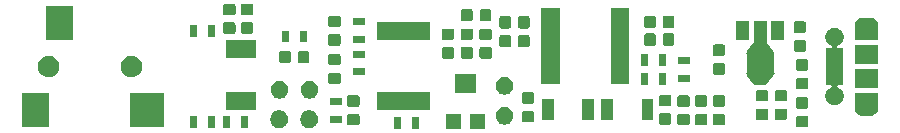
<source format=gbr>
G04 #@! TF.GenerationSoftware,KiCad,Pcbnew,(5.1.2-1)-1*
G04 #@! TF.CreationDate,2019-10-09T20:55:45-07:00*
G04 #@! TF.ProjectId,EOGee,454f4765-652e-46b6-9963-61645f706362,rev?*
G04 #@! TF.SameCoordinates,Original*
G04 #@! TF.FileFunction,Soldermask,Top*
G04 #@! TF.FilePolarity,Negative*
%FSLAX46Y46*%
G04 Gerber Fmt 4.6, Leading zero omitted, Abs format (unit mm)*
G04 Created by KiCad (PCBNEW (5.1.2-1)-1) date 2019-10-09 20:55:45*
%MOMM*%
%LPD*%
G04 APERTURE LIST*
%ADD10C,0.100000*%
G04 APERTURE END LIST*
D10*
G36*
X137151000Y-117851000D02*
G01*
X135849000Y-117851000D01*
X135849000Y-116549000D01*
X137151000Y-116549000D01*
X137151000Y-117851000D01*
X137151000Y-117851000D01*
G37*
G36*
X135151000Y-117851000D02*
G01*
X133849000Y-117851000D01*
X133849000Y-116549000D01*
X135151000Y-116549000D01*
X135151000Y-117851000D01*
X135151000Y-117851000D01*
G37*
G36*
X131551000Y-117851000D02*
G01*
X130949000Y-117851000D01*
X130949000Y-116849000D01*
X131551000Y-116849000D01*
X131551000Y-117851000D01*
X131551000Y-117851000D01*
G37*
G36*
X130051000Y-117851000D02*
G01*
X129449000Y-117851000D01*
X129449000Y-116849000D01*
X130051000Y-116849000D01*
X130051000Y-117851000D01*
X130051000Y-117851000D01*
G37*
G36*
X114301000Y-117751000D02*
G01*
X113699000Y-117751000D01*
X113699000Y-116749000D01*
X114301000Y-116749000D01*
X114301000Y-117751000D01*
X114301000Y-117751000D01*
G37*
G36*
X112801000Y-117751000D02*
G01*
X112199000Y-117751000D01*
X112199000Y-116749000D01*
X112801000Y-116749000D01*
X112801000Y-117751000D01*
X112801000Y-117751000D01*
G37*
G36*
X115551000Y-117751000D02*
G01*
X114949000Y-117751000D01*
X114949000Y-116749000D01*
X115551000Y-116749000D01*
X115551000Y-117751000D01*
X115551000Y-117751000D01*
G37*
G36*
X117051000Y-117751000D02*
G01*
X116449000Y-117751000D01*
X116449000Y-116749000D01*
X117051000Y-116749000D01*
X117051000Y-117751000D01*
X117051000Y-117751000D01*
G37*
G36*
X119929059Y-116277860D02*
G01*
X120055260Y-116330134D01*
X120065732Y-116334472D01*
X120188735Y-116416660D01*
X120293340Y-116521265D01*
X120366068Y-116630110D01*
X120375529Y-116644270D01*
X120432140Y-116780941D01*
X120461000Y-116926032D01*
X120461000Y-117073968D01*
X120432140Y-117219059D01*
X120405514Y-117283341D01*
X120375528Y-117355732D01*
X120293340Y-117478735D01*
X120188735Y-117583340D01*
X120065732Y-117665528D01*
X120065731Y-117665529D01*
X120065730Y-117665529D01*
X119929059Y-117722140D01*
X119783968Y-117751000D01*
X119636032Y-117751000D01*
X119490941Y-117722140D01*
X119354270Y-117665529D01*
X119354269Y-117665529D01*
X119354268Y-117665528D01*
X119231265Y-117583340D01*
X119126660Y-117478735D01*
X119044472Y-117355732D01*
X119014487Y-117283341D01*
X118987860Y-117219059D01*
X118959000Y-117073968D01*
X118959000Y-116926032D01*
X118987860Y-116780941D01*
X119044471Y-116644270D01*
X119053932Y-116630110D01*
X119126660Y-116521265D01*
X119231265Y-116416660D01*
X119354268Y-116334472D01*
X119364741Y-116330134D01*
X119490941Y-116277860D01*
X119636032Y-116249000D01*
X119783968Y-116249000D01*
X119929059Y-116277860D01*
X119929059Y-116277860D01*
G37*
G36*
X122469059Y-116277860D02*
G01*
X122595260Y-116330134D01*
X122605732Y-116334472D01*
X122728735Y-116416660D01*
X122833340Y-116521265D01*
X122906068Y-116630110D01*
X122915529Y-116644270D01*
X122972140Y-116780941D01*
X123001000Y-116926032D01*
X123001000Y-117073968D01*
X122972140Y-117219059D01*
X122945514Y-117283341D01*
X122915528Y-117355732D01*
X122833340Y-117478735D01*
X122728735Y-117583340D01*
X122605732Y-117665528D01*
X122605731Y-117665529D01*
X122605730Y-117665529D01*
X122469059Y-117722140D01*
X122323968Y-117751000D01*
X122176032Y-117751000D01*
X122030941Y-117722140D01*
X121894270Y-117665529D01*
X121894269Y-117665529D01*
X121894268Y-117665528D01*
X121771265Y-117583340D01*
X121666660Y-117478735D01*
X121584472Y-117355732D01*
X121554487Y-117283341D01*
X121527860Y-117219059D01*
X121499000Y-117073968D01*
X121499000Y-116926032D01*
X121527860Y-116780941D01*
X121584471Y-116644270D01*
X121593932Y-116630110D01*
X121666660Y-116521265D01*
X121771265Y-116416660D01*
X121894268Y-116334472D01*
X121904741Y-116330134D01*
X122030941Y-116277860D01*
X122176032Y-116249000D01*
X122323968Y-116249000D01*
X122469059Y-116277860D01*
X122469059Y-116277860D01*
G37*
G36*
X109951000Y-117691000D02*
G01*
X107049000Y-117691000D01*
X107049000Y-114789000D01*
X109951000Y-114789000D01*
X109951000Y-117691000D01*
X109951000Y-117691000D01*
G37*
G36*
X100251000Y-117691000D02*
G01*
X97949000Y-117691000D01*
X97949000Y-114789000D01*
X100251000Y-114789000D01*
X100251000Y-117691000D01*
X100251000Y-117691000D01*
G37*
G36*
X164379591Y-116703085D02*
G01*
X164413569Y-116713393D01*
X164444890Y-116730134D01*
X164472339Y-116752661D01*
X164494866Y-116780110D01*
X164511607Y-116811431D01*
X164521915Y-116845409D01*
X164526000Y-116886890D01*
X164526000Y-117488110D01*
X164521915Y-117529591D01*
X164511607Y-117563569D01*
X164494866Y-117594890D01*
X164472339Y-117622339D01*
X164444890Y-117644866D01*
X164413569Y-117661607D01*
X164379591Y-117671915D01*
X164338110Y-117676000D01*
X163661890Y-117676000D01*
X163620409Y-117671915D01*
X163586431Y-117661607D01*
X163555110Y-117644866D01*
X163527661Y-117622339D01*
X163505134Y-117594890D01*
X163488393Y-117563569D01*
X163478085Y-117529591D01*
X163474000Y-117488110D01*
X163474000Y-116886890D01*
X163478085Y-116845409D01*
X163488393Y-116811431D01*
X163505134Y-116780110D01*
X163527661Y-116752661D01*
X163555110Y-116730134D01*
X163586431Y-116713393D01*
X163620409Y-116703085D01*
X163661890Y-116699000D01*
X164338110Y-116699000D01*
X164379591Y-116703085D01*
X164379591Y-116703085D01*
G37*
G36*
X157329591Y-116553085D02*
G01*
X157363569Y-116563393D01*
X157394890Y-116580134D01*
X157422339Y-116602661D01*
X157444866Y-116630110D01*
X157461607Y-116661431D01*
X157471915Y-116695409D01*
X157476000Y-116736890D01*
X157476000Y-117338110D01*
X157471915Y-117379591D01*
X157461607Y-117413569D01*
X157444866Y-117444890D01*
X157422339Y-117472339D01*
X157394890Y-117494866D01*
X157363569Y-117511607D01*
X157329591Y-117521915D01*
X157288110Y-117526000D01*
X156611890Y-117526000D01*
X156570409Y-117521915D01*
X156536431Y-117511607D01*
X156505110Y-117494866D01*
X156477661Y-117472339D01*
X156455134Y-117444890D01*
X156438393Y-117413569D01*
X156428085Y-117379591D01*
X156424000Y-117338110D01*
X156424000Y-116736890D01*
X156428085Y-116695409D01*
X156438393Y-116661431D01*
X156455134Y-116630110D01*
X156477661Y-116602661D01*
X156505110Y-116580134D01*
X156536431Y-116563393D01*
X156570409Y-116553085D01*
X156611890Y-116549000D01*
X157288110Y-116549000D01*
X157329591Y-116553085D01*
X157329591Y-116553085D01*
G37*
G36*
X155829591Y-116553085D02*
G01*
X155863569Y-116563393D01*
X155894890Y-116580134D01*
X155922339Y-116602661D01*
X155944866Y-116630110D01*
X155961607Y-116661431D01*
X155971915Y-116695409D01*
X155976000Y-116736890D01*
X155976000Y-117338110D01*
X155971915Y-117379591D01*
X155961607Y-117413569D01*
X155944866Y-117444890D01*
X155922339Y-117472339D01*
X155894890Y-117494866D01*
X155863569Y-117511607D01*
X155829591Y-117521915D01*
X155788110Y-117526000D01*
X155111890Y-117526000D01*
X155070409Y-117521915D01*
X155036431Y-117511607D01*
X155005110Y-117494866D01*
X154977661Y-117472339D01*
X154955134Y-117444890D01*
X154938393Y-117413569D01*
X154928085Y-117379591D01*
X154924000Y-117338110D01*
X154924000Y-116736890D01*
X154928085Y-116695409D01*
X154938393Y-116661431D01*
X154955134Y-116630110D01*
X154977661Y-116602661D01*
X155005110Y-116580134D01*
X155036431Y-116563393D01*
X155070409Y-116553085D01*
X155111890Y-116549000D01*
X155788110Y-116549000D01*
X155829591Y-116553085D01*
X155829591Y-116553085D01*
G37*
G36*
X154329591Y-116553085D02*
G01*
X154363569Y-116563393D01*
X154394890Y-116580134D01*
X154422339Y-116602661D01*
X154444866Y-116630110D01*
X154461607Y-116661431D01*
X154471915Y-116695409D01*
X154476000Y-116736890D01*
X154476000Y-117338110D01*
X154471915Y-117379591D01*
X154461607Y-117413569D01*
X154444866Y-117444890D01*
X154422339Y-117472339D01*
X154394890Y-117494866D01*
X154363569Y-117511607D01*
X154329591Y-117521915D01*
X154288110Y-117526000D01*
X153611890Y-117526000D01*
X153570409Y-117521915D01*
X153536431Y-117511607D01*
X153505110Y-117494866D01*
X153477661Y-117472339D01*
X153455134Y-117444890D01*
X153438393Y-117413569D01*
X153428085Y-117379591D01*
X153424000Y-117338110D01*
X153424000Y-116736890D01*
X153428085Y-116695409D01*
X153438393Y-116661431D01*
X153455134Y-116630110D01*
X153477661Y-116602661D01*
X153505110Y-116580134D01*
X153536431Y-116563393D01*
X153570409Y-116553085D01*
X153611890Y-116549000D01*
X154288110Y-116549000D01*
X154329591Y-116553085D01*
X154329591Y-116553085D01*
G37*
G36*
X126379591Y-116553085D02*
G01*
X126413569Y-116563393D01*
X126444890Y-116580134D01*
X126472339Y-116602661D01*
X126494866Y-116630110D01*
X126511607Y-116661431D01*
X126521915Y-116695409D01*
X126526000Y-116736890D01*
X126526000Y-117338110D01*
X126521915Y-117379591D01*
X126511607Y-117413569D01*
X126494866Y-117444890D01*
X126472339Y-117472339D01*
X126444890Y-117494866D01*
X126413569Y-117511607D01*
X126379591Y-117521915D01*
X126338110Y-117526000D01*
X125661890Y-117526000D01*
X125620409Y-117521915D01*
X125586431Y-117511607D01*
X125555110Y-117494866D01*
X125527661Y-117472339D01*
X125505134Y-117444890D01*
X125488393Y-117413569D01*
X125478085Y-117379591D01*
X125474000Y-117338110D01*
X125474000Y-116736890D01*
X125478085Y-116695409D01*
X125488393Y-116661431D01*
X125505134Y-116630110D01*
X125527661Y-116602661D01*
X125555110Y-116580134D01*
X125586431Y-116563393D01*
X125620409Y-116553085D01*
X125661890Y-116549000D01*
X126338110Y-116549000D01*
X126379591Y-116553085D01*
X126379591Y-116553085D01*
G37*
G36*
X152779591Y-116503085D02*
G01*
X152813569Y-116513393D01*
X152844890Y-116530134D01*
X152872339Y-116552661D01*
X152894866Y-116580110D01*
X152911607Y-116611431D01*
X152921915Y-116645409D01*
X152926000Y-116686890D01*
X152926000Y-117288110D01*
X152921915Y-117329591D01*
X152911607Y-117363569D01*
X152894866Y-117394890D01*
X152872339Y-117422339D01*
X152844890Y-117444866D01*
X152813569Y-117461607D01*
X152779591Y-117471915D01*
X152738110Y-117476000D01*
X152061890Y-117476000D01*
X152020409Y-117471915D01*
X151986431Y-117461607D01*
X151955110Y-117444866D01*
X151927661Y-117422339D01*
X151905134Y-117394890D01*
X151888393Y-117363569D01*
X151878085Y-117329591D01*
X151874000Y-117288110D01*
X151874000Y-116686890D01*
X151878085Y-116645409D01*
X151888393Y-116611431D01*
X151905134Y-116580110D01*
X151927661Y-116552661D01*
X151955110Y-116530134D01*
X151986431Y-116513393D01*
X152020409Y-116503085D01*
X152061890Y-116499000D01*
X152738110Y-116499000D01*
X152779591Y-116503085D01*
X152779591Y-116503085D01*
G37*
G36*
X139019059Y-115977860D02*
G01*
X139143635Y-116029461D01*
X139155732Y-116034472D01*
X139278735Y-116116660D01*
X139383340Y-116221265D01*
X139465528Y-116344268D01*
X139465529Y-116344270D01*
X139522140Y-116480941D01*
X139551000Y-116626032D01*
X139551000Y-116773968D01*
X139522140Y-116919059D01*
X139474184Y-117034836D01*
X139465528Y-117055732D01*
X139383340Y-117178735D01*
X139278735Y-117283340D01*
X139155732Y-117365528D01*
X139155731Y-117365529D01*
X139155730Y-117365529D01*
X139019059Y-117422140D01*
X138873968Y-117451000D01*
X138726032Y-117451000D01*
X138580941Y-117422140D01*
X138444270Y-117365529D01*
X138444269Y-117365529D01*
X138444268Y-117365528D01*
X138321265Y-117283340D01*
X138216660Y-117178735D01*
X138134472Y-117055732D01*
X138125817Y-117034836D01*
X138077860Y-116919059D01*
X138049000Y-116773968D01*
X138049000Y-116626032D01*
X138077860Y-116480941D01*
X138134471Y-116344270D01*
X138134472Y-116344268D01*
X138216660Y-116221265D01*
X138321265Y-116116660D01*
X138444268Y-116034472D01*
X138456366Y-116029461D01*
X138580941Y-115977860D01*
X138726032Y-115949000D01*
X138873968Y-115949000D01*
X139019059Y-115977860D01*
X139019059Y-115977860D01*
G37*
G36*
X125001000Y-117301000D02*
G01*
X123999000Y-117301000D01*
X123999000Y-116699000D01*
X125001000Y-116699000D01*
X125001000Y-117301000D01*
X125001000Y-117301000D01*
G37*
G36*
X141179591Y-116303085D02*
G01*
X141213569Y-116313393D01*
X141244890Y-116330134D01*
X141272339Y-116352661D01*
X141294866Y-116380110D01*
X141311607Y-116411431D01*
X141321915Y-116445409D01*
X141326000Y-116486890D01*
X141326000Y-117088110D01*
X141321915Y-117129591D01*
X141311607Y-117163569D01*
X141294866Y-117194890D01*
X141272339Y-117222339D01*
X141244890Y-117244866D01*
X141213569Y-117261607D01*
X141179591Y-117271915D01*
X141138110Y-117276000D01*
X140461890Y-117276000D01*
X140420409Y-117271915D01*
X140386431Y-117261607D01*
X140355110Y-117244866D01*
X140327661Y-117222339D01*
X140305134Y-117194890D01*
X140288393Y-117163569D01*
X140278085Y-117129591D01*
X140274000Y-117088110D01*
X140274000Y-116486890D01*
X140278085Y-116445409D01*
X140288393Y-116411431D01*
X140305134Y-116380110D01*
X140327661Y-116352661D01*
X140355110Y-116330134D01*
X140386431Y-116313393D01*
X140420409Y-116303085D01*
X140461890Y-116299000D01*
X141138110Y-116299000D01*
X141179591Y-116303085D01*
X141179591Y-116303085D01*
G37*
G36*
X151401000Y-117101000D02*
G01*
X150399000Y-117101000D01*
X150399000Y-115299000D01*
X151401000Y-115299000D01*
X151401000Y-117101000D01*
X151401000Y-117101000D01*
G37*
G36*
X148001000Y-117101000D02*
G01*
X146999000Y-117101000D01*
X146999000Y-115299000D01*
X148001000Y-115299000D01*
X148001000Y-117101000D01*
X148001000Y-117101000D01*
G37*
G36*
X146401000Y-117101000D02*
G01*
X145399000Y-117101000D01*
X145399000Y-115299000D01*
X146401000Y-115299000D01*
X146401000Y-117101000D01*
X146401000Y-117101000D01*
G37*
G36*
X143001000Y-117101000D02*
G01*
X141999000Y-117101000D01*
X141999000Y-115299000D01*
X143001000Y-115299000D01*
X143001000Y-117101000D01*
X143001000Y-117101000D01*
G37*
G36*
X160979591Y-116103085D02*
G01*
X161013569Y-116113393D01*
X161044890Y-116130134D01*
X161072339Y-116152661D01*
X161094866Y-116180110D01*
X161111607Y-116211431D01*
X161121915Y-116245409D01*
X161126000Y-116286890D01*
X161126000Y-116888110D01*
X161121915Y-116929591D01*
X161111607Y-116963569D01*
X161094866Y-116994890D01*
X161072339Y-117022339D01*
X161044890Y-117044866D01*
X161013569Y-117061607D01*
X160979591Y-117071915D01*
X160938110Y-117076000D01*
X160261890Y-117076000D01*
X160220409Y-117071915D01*
X160186431Y-117061607D01*
X160155110Y-117044866D01*
X160127661Y-117022339D01*
X160105134Y-116994890D01*
X160088393Y-116963569D01*
X160078085Y-116929591D01*
X160074000Y-116888110D01*
X160074000Y-116286890D01*
X160078085Y-116245409D01*
X160088393Y-116211431D01*
X160105134Y-116180110D01*
X160127661Y-116152661D01*
X160155110Y-116130134D01*
X160186431Y-116113393D01*
X160220409Y-116103085D01*
X160261890Y-116099000D01*
X160938110Y-116099000D01*
X160979591Y-116103085D01*
X160979591Y-116103085D01*
G37*
G36*
X162579591Y-116103085D02*
G01*
X162613569Y-116113393D01*
X162644890Y-116130134D01*
X162672339Y-116152661D01*
X162694866Y-116180110D01*
X162711607Y-116211431D01*
X162721915Y-116245409D01*
X162726000Y-116286890D01*
X162726000Y-116888110D01*
X162721915Y-116929591D01*
X162711607Y-116963569D01*
X162694866Y-116994890D01*
X162672339Y-117022339D01*
X162644890Y-117044866D01*
X162613569Y-117061607D01*
X162579591Y-117071915D01*
X162538110Y-117076000D01*
X161861890Y-117076000D01*
X161820409Y-117071915D01*
X161786431Y-117061607D01*
X161755110Y-117044866D01*
X161727661Y-117022339D01*
X161705134Y-116994890D01*
X161688393Y-116963569D01*
X161678085Y-116929591D01*
X161674000Y-116888110D01*
X161674000Y-116286890D01*
X161678085Y-116245409D01*
X161688393Y-116211431D01*
X161705134Y-116180110D01*
X161727661Y-116152661D01*
X161755110Y-116130134D01*
X161786431Y-116113393D01*
X161820409Y-116103085D01*
X161861890Y-116099000D01*
X162538110Y-116099000D01*
X162579591Y-116103085D01*
X162579591Y-116103085D01*
G37*
G36*
X170438500Y-116011886D02*
G01*
X170439102Y-116024138D01*
X170441649Y-116050000D01*
X170439102Y-116075862D01*
X170438500Y-116088114D01*
X170438500Y-116161406D01*
X170429543Y-116178164D01*
X170425415Y-116189701D01*
X170415839Y-116221267D01*
X170391854Y-116300336D01*
X170331406Y-116413425D01*
X170250054Y-116512554D01*
X170150925Y-116593906D01*
X170037836Y-116654354D01*
X170027293Y-116657552D01*
X169915118Y-116691580D01*
X169874311Y-116695599D01*
X169819474Y-116701000D01*
X169055526Y-116701000D01*
X169000689Y-116695599D01*
X168959882Y-116691580D01*
X168847707Y-116657552D01*
X168837164Y-116654354D01*
X168724075Y-116593906D01*
X168624946Y-116512554D01*
X168543594Y-116413425D01*
X168483146Y-116300336D01*
X168459161Y-116221267D01*
X168449587Y-116189708D01*
X168440213Y-116167075D01*
X168436500Y-116161518D01*
X168436500Y-116088114D01*
X168435898Y-116075862D01*
X168433351Y-116050000D01*
X168435898Y-116024138D01*
X168436500Y-116011886D01*
X168436500Y-114799000D01*
X170438500Y-114799000D01*
X170438500Y-116011886D01*
X170438500Y-116011886D01*
G37*
G36*
X132476000Y-116226000D02*
G01*
X128024000Y-116226000D01*
X128024000Y-114674000D01*
X132476000Y-114674000D01*
X132476000Y-116226000D01*
X132476000Y-116226000D01*
G37*
G36*
X117751000Y-116226000D02*
G01*
X115249000Y-116226000D01*
X115249000Y-114674000D01*
X117751000Y-114674000D01*
X117751000Y-116226000D01*
X117751000Y-116226000D01*
G37*
G36*
X164379591Y-115128085D02*
G01*
X164413569Y-115138393D01*
X164444890Y-115155134D01*
X164472339Y-115177661D01*
X164494866Y-115205110D01*
X164511607Y-115236431D01*
X164521915Y-115270409D01*
X164526000Y-115311890D01*
X164526000Y-115913110D01*
X164521915Y-115954591D01*
X164511607Y-115988569D01*
X164494866Y-116019890D01*
X164472339Y-116047339D01*
X164444890Y-116069866D01*
X164413569Y-116086607D01*
X164379591Y-116096915D01*
X164338110Y-116101000D01*
X163661890Y-116101000D01*
X163620409Y-116096915D01*
X163586431Y-116086607D01*
X163555110Y-116069866D01*
X163527661Y-116047339D01*
X163505134Y-116019890D01*
X163488393Y-115988569D01*
X163478085Y-115954591D01*
X163474000Y-115913110D01*
X163474000Y-115311890D01*
X163478085Y-115270409D01*
X163488393Y-115236431D01*
X163505134Y-115205110D01*
X163527661Y-115177661D01*
X163555110Y-115155134D01*
X163586431Y-115138393D01*
X163620409Y-115128085D01*
X163661890Y-115124000D01*
X164338110Y-115124000D01*
X164379591Y-115128085D01*
X164379591Y-115128085D01*
G37*
G36*
X157329591Y-114978085D02*
G01*
X157363569Y-114988393D01*
X157394890Y-115005134D01*
X157422339Y-115027661D01*
X157444866Y-115055110D01*
X157461607Y-115086431D01*
X157471915Y-115120409D01*
X157476000Y-115161890D01*
X157476000Y-115763110D01*
X157471915Y-115804591D01*
X157461607Y-115838569D01*
X157444866Y-115869890D01*
X157422339Y-115897339D01*
X157394890Y-115919866D01*
X157363569Y-115936607D01*
X157329591Y-115946915D01*
X157288110Y-115951000D01*
X156611890Y-115951000D01*
X156570409Y-115946915D01*
X156536431Y-115936607D01*
X156505110Y-115919866D01*
X156477661Y-115897339D01*
X156455134Y-115869890D01*
X156438393Y-115838569D01*
X156428085Y-115804591D01*
X156424000Y-115763110D01*
X156424000Y-115161890D01*
X156428085Y-115120409D01*
X156438393Y-115086431D01*
X156455134Y-115055110D01*
X156477661Y-115027661D01*
X156505110Y-115005134D01*
X156536431Y-114988393D01*
X156570409Y-114978085D01*
X156611890Y-114974000D01*
X157288110Y-114974000D01*
X157329591Y-114978085D01*
X157329591Y-114978085D01*
G37*
G36*
X155829591Y-114978085D02*
G01*
X155863569Y-114988393D01*
X155894890Y-115005134D01*
X155922339Y-115027661D01*
X155944866Y-115055110D01*
X155961607Y-115086431D01*
X155971915Y-115120409D01*
X155976000Y-115161890D01*
X155976000Y-115763110D01*
X155971915Y-115804591D01*
X155961607Y-115838569D01*
X155944866Y-115869890D01*
X155922339Y-115897339D01*
X155894890Y-115919866D01*
X155863569Y-115936607D01*
X155829591Y-115946915D01*
X155788110Y-115951000D01*
X155111890Y-115951000D01*
X155070409Y-115946915D01*
X155036431Y-115936607D01*
X155005110Y-115919866D01*
X154977661Y-115897339D01*
X154955134Y-115869890D01*
X154938393Y-115838569D01*
X154928085Y-115804591D01*
X154924000Y-115763110D01*
X154924000Y-115161890D01*
X154928085Y-115120409D01*
X154938393Y-115086431D01*
X154955134Y-115055110D01*
X154977661Y-115027661D01*
X155005110Y-115005134D01*
X155036431Y-114988393D01*
X155070409Y-114978085D01*
X155111890Y-114974000D01*
X155788110Y-114974000D01*
X155829591Y-114978085D01*
X155829591Y-114978085D01*
G37*
G36*
X154329591Y-114978085D02*
G01*
X154363569Y-114988393D01*
X154394890Y-115005134D01*
X154422339Y-115027661D01*
X154444866Y-115055110D01*
X154461607Y-115086431D01*
X154471915Y-115120409D01*
X154476000Y-115161890D01*
X154476000Y-115763110D01*
X154471915Y-115804591D01*
X154461607Y-115838569D01*
X154444866Y-115869890D01*
X154422339Y-115897339D01*
X154394890Y-115919866D01*
X154363569Y-115936607D01*
X154329591Y-115946915D01*
X154288110Y-115951000D01*
X153611890Y-115951000D01*
X153570409Y-115946915D01*
X153536431Y-115936607D01*
X153505110Y-115919866D01*
X153477661Y-115897339D01*
X153455134Y-115869890D01*
X153438393Y-115838569D01*
X153428085Y-115804591D01*
X153424000Y-115763110D01*
X153424000Y-115161890D01*
X153428085Y-115120409D01*
X153438393Y-115086431D01*
X153455134Y-115055110D01*
X153477661Y-115027661D01*
X153505110Y-115005134D01*
X153536431Y-114988393D01*
X153570409Y-114978085D01*
X153611890Y-114974000D01*
X154288110Y-114974000D01*
X154329591Y-114978085D01*
X154329591Y-114978085D01*
G37*
G36*
X126379591Y-114978085D02*
G01*
X126413569Y-114988393D01*
X126444890Y-115005134D01*
X126472339Y-115027661D01*
X126494866Y-115055110D01*
X126511607Y-115086431D01*
X126521915Y-115120409D01*
X126526000Y-115161890D01*
X126526000Y-115763110D01*
X126521915Y-115804591D01*
X126511607Y-115838569D01*
X126494866Y-115869890D01*
X126472339Y-115897339D01*
X126444890Y-115919866D01*
X126413569Y-115936607D01*
X126379591Y-115946915D01*
X126338110Y-115951000D01*
X125661890Y-115951000D01*
X125620409Y-115946915D01*
X125586431Y-115936607D01*
X125555110Y-115919866D01*
X125527661Y-115897339D01*
X125505134Y-115869890D01*
X125488393Y-115838569D01*
X125478085Y-115804591D01*
X125474000Y-115763110D01*
X125474000Y-115161890D01*
X125478085Y-115120409D01*
X125488393Y-115086431D01*
X125505134Y-115055110D01*
X125527661Y-115027661D01*
X125555110Y-115005134D01*
X125586431Y-114988393D01*
X125620409Y-114978085D01*
X125661890Y-114974000D01*
X126338110Y-114974000D01*
X126379591Y-114978085D01*
X126379591Y-114978085D01*
G37*
G36*
X152779591Y-114928085D02*
G01*
X152813569Y-114938393D01*
X152844890Y-114955134D01*
X152872339Y-114977661D01*
X152894866Y-115005110D01*
X152911607Y-115036431D01*
X152921915Y-115070409D01*
X152926000Y-115111890D01*
X152926000Y-115713110D01*
X152921915Y-115754591D01*
X152911607Y-115788569D01*
X152894866Y-115819890D01*
X152872339Y-115847339D01*
X152844890Y-115869866D01*
X152813569Y-115886607D01*
X152779591Y-115896915D01*
X152738110Y-115901000D01*
X152061890Y-115901000D01*
X152020409Y-115896915D01*
X151986431Y-115886607D01*
X151955110Y-115869866D01*
X151927661Y-115847339D01*
X151905134Y-115819890D01*
X151888393Y-115788569D01*
X151878085Y-115754591D01*
X151874000Y-115713110D01*
X151874000Y-115111890D01*
X151878085Y-115070409D01*
X151888393Y-115036431D01*
X151905134Y-115005110D01*
X151927661Y-114977661D01*
X151955110Y-114955134D01*
X151986431Y-114938393D01*
X152020409Y-114928085D01*
X152061890Y-114924000D01*
X152738110Y-114924000D01*
X152779591Y-114928085D01*
X152779591Y-114928085D01*
G37*
G36*
X166963848Y-109303820D02*
G01*
X166963850Y-109303821D01*
X166963851Y-109303821D01*
X167105074Y-109362317D01*
X167105077Y-109362319D01*
X167232169Y-109447239D01*
X167340261Y-109555331D01*
X167410089Y-109659836D01*
X167425183Y-109682426D01*
X167473469Y-109799000D01*
X167483680Y-109823652D01*
X167513500Y-109973569D01*
X167513500Y-110126431D01*
X167484744Y-110271000D01*
X167483679Y-110276351D01*
X167425183Y-110417574D01*
X167425181Y-110417577D01*
X167340261Y-110544669D01*
X167232169Y-110652761D01*
X167172557Y-110692592D01*
X167105074Y-110737683D01*
X167054772Y-110758519D01*
X167033164Y-110770068D01*
X167014222Y-110785614D01*
X166998677Y-110804556D01*
X166987126Y-110826166D01*
X166980013Y-110849615D01*
X166977611Y-110874001D01*
X166980013Y-110898387D01*
X166987126Y-110921836D01*
X166998677Y-110943447D01*
X167014223Y-110962389D01*
X167033165Y-110977934D01*
X167054775Y-110989485D01*
X167078224Y-110996598D01*
X167102610Y-110999000D01*
X167463500Y-110999000D01*
X167463500Y-114101000D01*
X167102610Y-114101000D01*
X167078224Y-114103402D01*
X167054775Y-114110515D01*
X167033164Y-114122066D01*
X167014222Y-114137611D01*
X166998677Y-114156553D01*
X166987126Y-114178164D01*
X166980013Y-114201613D01*
X166977611Y-114225999D01*
X166980013Y-114250385D01*
X166987126Y-114273834D01*
X166998677Y-114295445D01*
X167014222Y-114314387D01*
X167033164Y-114329932D01*
X167054772Y-114341481D01*
X167105074Y-114362317D01*
X167112753Y-114367448D01*
X167232169Y-114447239D01*
X167340261Y-114555331D01*
X167419553Y-114674000D01*
X167425183Y-114682426D01*
X167473469Y-114799000D01*
X167483680Y-114823652D01*
X167513500Y-114973569D01*
X167513500Y-115126431D01*
X167483992Y-115274780D01*
X167483679Y-115276351D01*
X167425183Y-115417574D01*
X167425181Y-115417577D01*
X167340261Y-115544669D01*
X167232169Y-115652761D01*
X167141850Y-115713110D01*
X167105074Y-115737683D01*
X166963851Y-115796179D01*
X166963850Y-115796179D01*
X166963848Y-115796180D01*
X166813931Y-115826000D01*
X166661069Y-115826000D01*
X166511152Y-115796180D01*
X166511150Y-115796179D01*
X166511149Y-115796179D01*
X166369926Y-115737683D01*
X166333150Y-115713110D01*
X166242831Y-115652761D01*
X166134739Y-115544669D01*
X166049819Y-115417577D01*
X166049817Y-115417574D01*
X165991321Y-115276351D01*
X165991009Y-115274780D01*
X165961500Y-115126431D01*
X165961500Y-114973569D01*
X165991320Y-114823652D01*
X166001531Y-114799000D01*
X166049817Y-114682426D01*
X166055447Y-114674000D01*
X166134739Y-114555331D01*
X166242831Y-114447239D01*
X166362247Y-114367448D01*
X166369926Y-114362317D01*
X166420228Y-114341481D01*
X166441836Y-114329932D01*
X166460778Y-114314386D01*
X166476323Y-114295444D01*
X166487874Y-114273834D01*
X166494987Y-114250385D01*
X166497389Y-114225999D01*
X166494987Y-114201613D01*
X166487874Y-114178164D01*
X166476323Y-114156553D01*
X166460777Y-114137611D01*
X166441835Y-114122066D01*
X166420225Y-114110515D01*
X166396776Y-114103402D01*
X166372390Y-114101000D01*
X166011500Y-114101000D01*
X166011500Y-110999000D01*
X166372390Y-110999000D01*
X166396776Y-110996598D01*
X166420225Y-110989485D01*
X166441836Y-110977934D01*
X166460778Y-110962389D01*
X166476323Y-110943447D01*
X166487874Y-110921836D01*
X166494987Y-110898387D01*
X166497389Y-110874001D01*
X166494987Y-110849615D01*
X166487874Y-110826166D01*
X166476323Y-110804555D01*
X166460778Y-110785613D01*
X166441836Y-110770068D01*
X166420228Y-110758519D01*
X166369926Y-110737683D01*
X166302443Y-110692592D01*
X166242831Y-110652761D01*
X166134739Y-110544669D01*
X166049819Y-110417577D01*
X166049817Y-110417574D01*
X165991321Y-110276351D01*
X165990257Y-110271000D01*
X165961500Y-110126431D01*
X165961500Y-109973569D01*
X165991320Y-109823652D01*
X166001531Y-109799000D01*
X166049817Y-109682426D01*
X166064911Y-109659836D01*
X166134739Y-109555331D01*
X166242831Y-109447239D01*
X166369923Y-109362319D01*
X166369926Y-109362317D01*
X166511149Y-109303821D01*
X166511150Y-109303821D01*
X166511152Y-109303820D01*
X166661069Y-109274000D01*
X166813931Y-109274000D01*
X166963848Y-109303820D01*
X166963848Y-109303820D01*
G37*
G36*
X125001000Y-115801000D02*
G01*
X123999000Y-115801000D01*
X123999000Y-115199000D01*
X125001000Y-115199000D01*
X125001000Y-115801000D01*
X125001000Y-115801000D01*
G37*
G36*
X141179591Y-114728085D02*
G01*
X141213569Y-114738393D01*
X141244890Y-114755134D01*
X141272339Y-114777661D01*
X141294866Y-114805110D01*
X141311607Y-114836431D01*
X141321915Y-114870409D01*
X141326000Y-114911890D01*
X141326000Y-115513110D01*
X141321915Y-115554591D01*
X141311607Y-115588569D01*
X141294866Y-115619890D01*
X141272339Y-115647339D01*
X141244890Y-115669866D01*
X141213569Y-115686607D01*
X141179591Y-115696915D01*
X141138110Y-115701000D01*
X140461890Y-115701000D01*
X140420409Y-115696915D01*
X140386431Y-115686607D01*
X140355110Y-115669866D01*
X140327661Y-115647339D01*
X140305134Y-115619890D01*
X140288393Y-115588569D01*
X140278085Y-115554591D01*
X140274000Y-115513110D01*
X140274000Y-114911890D01*
X140278085Y-114870409D01*
X140288393Y-114836431D01*
X140305134Y-114805110D01*
X140327661Y-114777661D01*
X140355110Y-114755134D01*
X140386431Y-114738393D01*
X140420409Y-114728085D01*
X140461890Y-114724000D01*
X141138110Y-114724000D01*
X141179591Y-114728085D01*
X141179591Y-114728085D01*
G37*
G36*
X162579591Y-114528085D02*
G01*
X162613569Y-114538393D01*
X162644890Y-114555134D01*
X162672339Y-114577661D01*
X162694866Y-114605110D01*
X162711607Y-114636431D01*
X162721915Y-114670409D01*
X162726000Y-114711890D01*
X162726000Y-115313110D01*
X162721915Y-115354591D01*
X162711607Y-115388569D01*
X162694866Y-115419890D01*
X162672339Y-115447339D01*
X162644890Y-115469866D01*
X162613569Y-115486607D01*
X162579591Y-115496915D01*
X162538110Y-115501000D01*
X161861890Y-115501000D01*
X161820409Y-115496915D01*
X161786431Y-115486607D01*
X161755110Y-115469866D01*
X161727661Y-115447339D01*
X161705134Y-115419890D01*
X161688393Y-115388569D01*
X161678085Y-115354591D01*
X161674000Y-115313110D01*
X161674000Y-114711890D01*
X161678085Y-114670409D01*
X161688393Y-114636431D01*
X161705134Y-114605110D01*
X161727661Y-114577661D01*
X161755110Y-114555134D01*
X161786431Y-114538393D01*
X161820409Y-114528085D01*
X161861890Y-114524000D01*
X162538110Y-114524000D01*
X162579591Y-114528085D01*
X162579591Y-114528085D01*
G37*
G36*
X160979591Y-114528085D02*
G01*
X161013569Y-114538393D01*
X161044890Y-114555134D01*
X161072339Y-114577661D01*
X161094866Y-114605110D01*
X161111607Y-114636431D01*
X161121915Y-114670409D01*
X161126000Y-114711890D01*
X161126000Y-115313110D01*
X161121915Y-115354591D01*
X161111607Y-115388569D01*
X161094866Y-115419890D01*
X161072339Y-115447339D01*
X161044890Y-115469866D01*
X161013569Y-115486607D01*
X160979591Y-115496915D01*
X160938110Y-115501000D01*
X160261890Y-115501000D01*
X160220409Y-115496915D01*
X160186431Y-115486607D01*
X160155110Y-115469866D01*
X160127661Y-115447339D01*
X160105134Y-115419890D01*
X160088393Y-115388569D01*
X160078085Y-115354591D01*
X160074000Y-115313110D01*
X160074000Y-114711890D01*
X160078085Y-114670409D01*
X160088393Y-114636431D01*
X160105134Y-114605110D01*
X160127661Y-114577661D01*
X160155110Y-114555134D01*
X160186431Y-114538393D01*
X160220409Y-114528085D01*
X160261890Y-114524000D01*
X160938110Y-114524000D01*
X160979591Y-114528085D01*
X160979591Y-114528085D01*
G37*
G36*
X122509059Y-113777860D02*
G01*
X122572814Y-113804268D01*
X122645732Y-113834472D01*
X122768735Y-113916660D01*
X122873340Y-114021265D01*
X122926617Y-114101000D01*
X122955529Y-114144270D01*
X123012140Y-114280941D01*
X123041000Y-114426032D01*
X123041000Y-114573968D01*
X123019427Y-114682423D01*
X123012140Y-114719059D01*
X122955528Y-114855732D01*
X122873340Y-114978735D01*
X122768735Y-115083340D01*
X122645732Y-115165528D01*
X122645731Y-115165529D01*
X122645730Y-115165529D01*
X122509059Y-115222140D01*
X122363968Y-115251000D01*
X122216032Y-115251000D01*
X122070941Y-115222140D01*
X121934270Y-115165529D01*
X121934269Y-115165529D01*
X121934268Y-115165528D01*
X121811265Y-115083340D01*
X121706660Y-114978735D01*
X121624472Y-114855732D01*
X121567860Y-114719059D01*
X121560573Y-114682423D01*
X121539000Y-114573968D01*
X121539000Y-114426032D01*
X121567860Y-114280941D01*
X121624471Y-114144270D01*
X121653383Y-114101000D01*
X121706660Y-114021265D01*
X121811265Y-113916660D01*
X121934268Y-113834472D01*
X122007187Y-113804268D01*
X122070941Y-113777860D01*
X122216032Y-113749000D01*
X122363968Y-113749000D01*
X122509059Y-113777860D01*
X122509059Y-113777860D01*
G37*
G36*
X119969059Y-113777860D02*
G01*
X120032814Y-113804268D01*
X120105732Y-113834472D01*
X120228735Y-113916660D01*
X120333340Y-114021265D01*
X120386617Y-114101000D01*
X120415529Y-114144270D01*
X120472140Y-114280941D01*
X120501000Y-114426032D01*
X120501000Y-114573968D01*
X120479427Y-114682423D01*
X120472140Y-114719059D01*
X120415528Y-114855732D01*
X120333340Y-114978735D01*
X120228735Y-115083340D01*
X120105732Y-115165528D01*
X120105731Y-115165529D01*
X120105730Y-115165529D01*
X119969059Y-115222140D01*
X119823968Y-115251000D01*
X119676032Y-115251000D01*
X119530941Y-115222140D01*
X119394270Y-115165529D01*
X119394269Y-115165529D01*
X119394268Y-115165528D01*
X119271265Y-115083340D01*
X119166660Y-114978735D01*
X119084472Y-114855732D01*
X119027860Y-114719059D01*
X119020573Y-114682423D01*
X118999000Y-114573968D01*
X118999000Y-114426032D01*
X119027860Y-114280941D01*
X119084471Y-114144270D01*
X119113383Y-114101000D01*
X119166660Y-114021265D01*
X119271265Y-113916660D01*
X119394268Y-113834472D01*
X119467187Y-113804268D01*
X119530941Y-113777860D01*
X119676032Y-113749000D01*
X119823968Y-113749000D01*
X119969059Y-113777860D01*
X119969059Y-113777860D01*
G37*
G36*
X139019059Y-113437860D02*
G01*
X139155732Y-113494472D01*
X139278735Y-113576660D01*
X139383340Y-113681265D01*
X139450482Y-113781750D01*
X139465529Y-113804270D01*
X139522140Y-113940941D01*
X139551000Y-114086032D01*
X139551000Y-114233968D01*
X139522140Y-114379059D01*
X139483930Y-114471307D01*
X139465528Y-114515732D01*
X139383340Y-114638735D01*
X139278735Y-114743340D01*
X139155732Y-114825528D01*
X139155731Y-114825529D01*
X139155730Y-114825529D01*
X139019059Y-114882140D01*
X138873968Y-114911000D01*
X138726032Y-114911000D01*
X138580941Y-114882140D01*
X138444270Y-114825529D01*
X138444269Y-114825529D01*
X138444268Y-114825528D01*
X138321265Y-114743340D01*
X138216660Y-114638735D01*
X138134472Y-114515732D01*
X138116071Y-114471307D01*
X138077860Y-114379059D01*
X138049000Y-114233968D01*
X138049000Y-114086032D01*
X138077860Y-113940941D01*
X138134471Y-113804270D01*
X138149518Y-113781750D01*
X138216660Y-113681265D01*
X138321265Y-113576660D01*
X138444268Y-113494472D01*
X138580941Y-113437860D01*
X138726032Y-113409000D01*
X138873968Y-113409000D01*
X139019059Y-113437860D01*
X139019059Y-113437860D01*
G37*
G36*
X136351000Y-114751000D02*
G01*
X134649000Y-114751000D01*
X134649000Y-113149000D01*
X136351000Y-113149000D01*
X136351000Y-114751000D01*
X136351000Y-114751000D01*
G37*
G36*
X164379591Y-113503085D02*
G01*
X164413569Y-113513393D01*
X164444890Y-113530134D01*
X164472339Y-113552661D01*
X164494866Y-113580110D01*
X164511607Y-113611431D01*
X164521915Y-113645409D01*
X164526000Y-113686890D01*
X164526000Y-114288110D01*
X164521915Y-114329591D01*
X164511607Y-114363569D01*
X164494866Y-114394890D01*
X164472339Y-114422339D01*
X164444890Y-114444866D01*
X164413569Y-114461607D01*
X164379591Y-114471915D01*
X164338110Y-114476000D01*
X163661890Y-114476000D01*
X163620409Y-114471915D01*
X163586431Y-114461607D01*
X163555110Y-114444866D01*
X163527661Y-114422339D01*
X163505134Y-114394890D01*
X163488393Y-114363569D01*
X163478085Y-114329591D01*
X163474000Y-114288110D01*
X163474000Y-113686890D01*
X163478085Y-113645409D01*
X163488393Y-113611431D01*
X163505134Y-113580110D01*
X163527661Y-113552661D01*
X163555110Y-113530134D01*
X163586431Y-113513393D01*
X163620409Y-113503085D01*
X163661890Y-113499000D01*
X164338110Y-113499000D01*
X164379591Y-113503085D01*
X164379591Y-113503085D01*
G37*
G36*
X170438500Y-114351000D02*
G01*
X168436500Y-114351000D01*
X168436500Y-112749000D01*
X170438500Y-112749000D01*
X170438500Y-114351000D01*
X170438500Y-114351000D01*
G37*
G36*
X150951000Y-114101000D02*
G01*
X150349000Y-114101000D01*
X150349000Y-113099000D01*
X150951000Y-113099000D01*
X150951000Y-114101000D01*
X150951000Y-114101000D01*
G37*
G36*
X152451000Y-114101000D02*
G01*
X151849000Y-114101000D01*
X151849000Y-113099000D01*
X152451000Y-113099000D01*
X152451000Y-114101000D01*
X152451000Y-114101000D01*
G37*
G36*
X161001000Y-110461178D02*
G01*
X161003402Y-110485564D01*
X161010515Y-110509013D01*
X161023596Y-110532860D01*
X161532022Y-111259183D01*
X161547974Y-111277784D01*
X161567248Y-111292915D01*
X161589104Y-111303995D01*
X161601000Y-111307324D01*
X161601000Y-111318322D01*
X161603402Y-111342708D01*
X161610515Y-111366157D01*
X161623596Y-111390004D01*
X161645013Y-111420599D01*
X161647953Y-111424800D01*
X161661026Y-111443475D01*
X161656553Y-111445866D01*
X161637611Y-111461411D01*
X161622066Y-111480353D01*
X161610515Y-111501964D01*
X161603402Y-111525413D01*
X161601000Y-111549799D01*
X161601000Y-113016001D01*
X161603402Y-113040387D01*
X161610515Y-113063836D01*
X161622066Y-113085447D01*
X161637611Y-113104389D01*
X161656553Y-113119934D01*
X161661450Y-113122551D01*
X161623879Y-113175776D01*
X161611778Y-113197084D01*
X161604067Y-113220343D01*
X161601000Y-113247861D01*
X161601000Y-113259235D01*
X161585243Y-113264015D01*
X161563632Y-113275566D01*
X161544690Y-113291111D01*
X161530958Y-113307414D01*
X160976426Y-114093000D01*
X159923574Y-114093000D01*
X159369042Y-113307414D01*
X159353017Y-113288877D01*
X159333683Y-113273822D01*
X159311784Y-113262828D01*
X159299000Y-113259305D01*
X159299000Y-113247861D01*
X159296598Y-113223475D01*
X159289485Y-113200026D01*
X159276121Y-113175776D01*
X159238550Y-113122551D01*
X159243447Y-113119934D01*
X159262389Y-113104389D01*
X159277934Y-113085447D01*
X159289485Y-113063836D01*
X159296598Y-113040387D01*
X159299000Y-113016001D01*
X159299000Y-111549799D01*
X159296598Y-111525413D01*
X159289485Y-111501964D01*
X159277934Y-111480353D01*
X159262389Y-111461411D01*
X159243447Y-111445866D01*
X159238974Y-111443475D01*
X159276404Y-111390004D01*
X159288421Y-111368649D01*
X159296041Y-111345360D01*
X159299000Y-111318322D01*
X159299000Y-111307356D01*
X159313410Y-111302985D01*
X159335021Y-111291434D01*
X159353963Y-111275889D01*
X159367978Y-111259183D01*
X159876404Y-110532860D01*
X159888421Y-110511505D01*
X159896041Y-110488216D01*
X159899000Y-110461178D01*
X159899000Y-108665500D01*
X161001000Y-108665500D01*
X161001000Y-110461178D01*
X161001000Y-110461178D01*
G37*
G36*
X124779591Y-113053085D02*
G01*
X124813569Y-113063393D01*
X124844890Y-113080134D01*
X124872339Y-113102661D01*
X124894866Y-113130110D01*
X124911607Y-113161431D01*
X124921915Y-113195409D01*
X124926000Y-113236890D01*
X124926000Y-113838110D01*
X124921915Y-113879591D01*
X124911607Y-113913569D01*
X124894866Y-113944890D01*
X124872339Y-113972339D01*
X124844890Y-113994866D01*
X124813569Y-114011607D01*
X124779591Y-114021915D01*
X124738110Y-114026000D01*
X124061890Y-114026000D01*
X124020409Y-114021915D01*
X123986431Y-114011607D01*
X123955110Y-113994866D01*
X123927661Y-113972339D01*
X123905134Y-113944890D01*
X123888393Y-113913569D01*
X123878085Y-113879591D01*
X123874000Y-113838110D01*
X123874000Y-113236890D01*
X123878085Y-113195409D01*
X123888393Y-113161431D01*
X123905134Y-113130110D01*
X123927661Y-113102661D01*
X123955110Y-113080134D01*
X123986431Y-113063393D01*
X124020409Y-113053085D01*
X124061890Y-113049000D01*
X124738110Y-113049000D01*
X124779591Y-113053085D01*
X124779591Y-113053085D01*
G37*
G36*
X143476000Y-114001000D02*
G01*
X141924000Y-114001000D01*
X141924000Y-107599000D01*
X143476000Y-107599000D01*
X143476000Y-114001000D01*
X143476000Y-114001000D01*
G37*
G36*
X149376000Y-114001000D02*
G01*
X147824000Y-114001000D01*
X147824000Y-107599000D01*
X149376000Y-107599000D01*
X149376000Y-114001000D01*
X149376000Y-114001000D01*
G37*
G36*
X154501000Y-113851000D02*
G01*
X153499000Y-113851000D01*
X153499000Y-113249000D01*
X154501000Y-113249000D01*
X154501000Y-113851000D01*
X154501000Y-113851000D01*
G37*
G36*
X100313512Y-111643927D02*
G01*
X100462812Y-111673624D01*
X100626784Y-111741544D01*
X100774354Y-111840147D01*
X100899853Y-111965646D01*
X100998456Y-112113216D01*
X101066376Y-112277188D01*
X101089891Y-112395409D01*
X101100949Y-112451000D01*
X101101000Y-112451259D01*
X101101000Y-112628741D01*
X101066376Y-112802812D01*
X100998456Y-112966784D01*
X100899853Y-113114354D01*
X100774354Y-113239853D01*
X100626784Y-113338456D01*
X100462812Y-113406376D01*
X100313512Y-113436073D01*
X100288742Y-113441000D01*
X100111258Y-113441000D01*
X100086488Y-113436073D01*
X99937188Y-113406376D01*
X99773216Y-113338456D01*
X99625646Y-113239853D01*
X99500147Y-113114354D01*
X99401544Y-112966784D01*
X99333624Y-112802812D01*
X99299000Y-112628741D01*
X99299000Y-112451259D01*
X99299052Y-112451000D01*
X99310109Y-112395409D01*
X99333624Y-112277188D01*
X99401544Y-112113216D01*
X99500147Y-111965646D01*
X99625646Y-111840147D01*
X99773216Y-111741544D01*
X99937188Y-111673624D01*
X100086488Y-111643927D01*
X100111258Y-111639000D01*
X100288742Y-111639000D01*
X100313512Y-111643927D01*
X100313512Y-111643927D01*
G37*
G36*
X107313512Y-111643927D02*
G01*
X107462812Y-111673624D01*
X107626784Y-111741544D01*
X107774354Y-111840147D01*
X107899853Y-111965646D01*
X107998456Y-112113216D01*
X108066376Y-112277188D01*
X108089891Y-112395409D01*
X108100949Y-112451000D01*
X108101000Y-112451259D01*
X108101000Y-112628741D01*
X108066376Y-112802812D01*
X107998456Y-112966784D01*
X107899853Y-113114354D01*
X107774354Y-113239853D01*
X107626784Y-113338456D01*
X107462812Y-113406376D01*
X107313512Y-113436073D01*
X107288742Y-113441000D01*
X107111258Y-113441000D01*
X107086488Y-113436073D01*
X106937188Y-113406376D01*
X106773216Y-113338456D01*
X106625646Y-113239853D01*
X106500147Y-113114354D01*
X106401544Y-112966784D01*
X106333624Y-112802812D01*
X106299000Y-112628741D01*
X106299000Y-112451259D01*
X106299052Y-112451000D01*
X106310109Y-112395409D01*
X106333624Y-112277188D01*
X106401544Y-112113216D01*
X106500147Y-111965646D01*
X106625646Y-111840147D01*
X106773216Y-111741544D01*
X106937188Y-111673624D01*
X107086488Y-111643927D01*
X107111258Y-111639000D01*
X107288742Y-111639000D01*
X107313512Y-111643927D01*
X107313512Y-111643927D01*
G37*
G36*
X127001000Y-113301000D02*
G01*
X125999000Y-113301000D01*
X125999000Y-112699000D01*
X127001000Y-112699000D01*
X127001000Y-113301000D01*
X127001000Y-113301000D01*
G37*
G36*
X157329591Y-112253085D02*
G01*
X157363569Y-112263393D01*
X157394890Y-112280134D01*
X157422339Y-112302661D01*
X157444866Y-112330110D01*
X157461607Y-112361431D01*
X157471915Y-112395409D01*
X157476000Y-112436890D01*
X157476000Y-113038110D01*
X157471915Y-113079591D01*
X157461607Y-113113569D01*
X157444866Y-113144890D01*
X157422339Y-113172339D01*
X157394890Y-113194866D01*
X157363569Y-113211607D01*
X157329591Y-113221915D01*
X157288110Y-113226000D01*
X156611890Y-113226000D01*
X156570409Y-113221915D01*
X156536431Y-113211607D01*
X156505110Y-113194866D01*
X156477661Y-113172339D01*
X156455134Y-113144890D01*
X156438393Y-113113569D01*
X156428085Y-113079591D01*
X156424000Y-113038110D01*
X156424000Y-112436890D01*
X156428085Y-112395409D01*
X156438393Y-112361431D01*
X156455134Y-112330110D01*
X156477661Y-112302661D01*
X156505110Y-112280134D01*
X156536431Y-112263393D01*
X156570409Y-112253085D01*
X156611890Y-112249000D01*
X157288110Y-112249000D01*
X157329591Y-112253085D01*
X157329591Y-112253085D01*
G37*
G36*
X164379591Y-111928085D02*
G01*
X164413569Y-111938393D01*
X164444890Y-111955134D01*
X164472339Y-111977661D01*
X164494866Y-112005110D01*
X164511607Y-112036431D01*
X164521915Y-112070409D01*
X164526000Y-112111890D01*
X164526000Y-112713110D01*
X164521915Y-112754591D01*
X164511607Y-112788569D01*
X164494866Y-112819890D01*
X164472339Y-112847339D01*
X164444890Y-112869866D01*
X164413569Y-112886607D01*
X164379591Y-112896915D01*
X164338110Y-112901000D01*
X163661890Y-112901000D01*
X163620409Y-112896915D01*
X163586431Y-112886607D01*
X163555110Y-112869866D01*
X163527661Y-112847339D01*
X163505134Y-112819890D01*
X163488393Y-112788569D01*
X163478085Y-112754591D01*
X163474000Y-112713110D01*
X163474000Y-112111890D01*
X163478085Y-112070409D01*
X163488393Y-112036431D01*
X163505134Y-112005110D01*
X163527661Y-111977661D01*
X163555110Y-111955134D01*
X163586431Y-111938393D01*
X163620409Y-111928085D01*
X163661890Y-111924000D01*
X164338110Y-111924000D01*
X164379591Y-111928085D01*
X164379591Y-111928085D01*
G37*
G36*
X152451000Y-112501000D02*
G01*
X151849000Y-112501000D01*
X151849000Y-111499000D01*
X152451000Y-111499000D01*
X152451000Y-112501000D01*
X152451000Y-112501000D01*
G37*
G36*
X150951000Y-112501000D02*
G01*
X150349000Y-112501000D01*
X150349000Y-111499000D01*
X150951000Y-111499000D01*
X150951000Y-112501000D01*
X150951000Y-112501000D01*
G37*
G36*
X124779591Y-111478085D02*
G01*
X124813569Y-111488393D01*
X124844890Y-111505134D01*
X124872339Y-111527661D01*
X124894866Y-111555110D01*
X124911607Y-111586431D01*
X124921915Y-111620409D01*
X124926000Y-111661890D01*
X124926000Y-112263110D01*
X124921915Y-112304591D01*
X124911607Y-112338569D01*
X124894866Y-112369890D01*
X124872339Y-112397339D01*
X124844890Y-112419866D01*
X124813569Y-112436607D01*
X124779591Y-112446915D01*
X124738110Y-112451000D01*
X124061890Y-112451000D01*
X124020409Y-112446915D01*
X123986431Y-112436607D01*
X123955110Y-112419866D01*
X123927661Y-112397339D01*
X123905134Y-112369890D01*
X123888393Y-112338569D01*
X123878085Y-112304591D01*
X123874000Y-112263110D01*
X123874000Y-111661890D01*
X123878085Y-111620409D01*
X123888393Y-111586431D01*
X123905134Y-111555110D01*
X123927661Y-111527661D01*
X123955110Y-111505134D01*
X123986431Y-111488393D01*
X124020409Y-111478085D01*
X124061890Y-111474000D01*
X124738110Y-111474000D01*
X124779591Y-111478085D01*
X124779591Y-111478085D01*
G37*
G36*
X154501000Y-112351000D02*
G01*
X153499000Y-112351000D01*
X153499000Y-111749000D01*
X154501000Y-111749000D01*
X154501000Y-112351000D01*
X154501000Y-112351000D01*
G37*
G36*
X170438500Y-112351000D02*
G01*
X168436500Y-112351000D01*
X168436500Y-110749000D01*
X170438500Y-110749000D01*
X170438500Y-112351000D01*
X170438500Y-112351000D01*
G37*
G36*
X120554591Y-111228085D02*
G01*
X120588569Y-111238393D01*
X120619890Y-111255134D01*
X120647339Y-111277661D01*
X120669866Y-111305110D01*
X120686607Y-111336431D01*
X120696915Y-111370409D01*
X120701000Y-111411890D01*
X120701000Y-112088110D01*
X120696915Y-112129591D01*
X120686607Y-112163569D01*
X120669866Y-112194890D01*
X120647339Y-112222339D01*
X120619890Y-112244866D01*
X120588569Y-112261607D01*
X120554591Y-112271915D01*
X120513110Y-112276000D01*
X119911890Y-112276000D01*
X119870409Y-112271915D01*
X119836431Y-112261607D01*
X119805110Y-112244866D01*
X119777661Y-112222339D01*
X119755134Y-112194890D01*
X119738393Y-112163569D01*
X119728085Y-112129591D01*
X119724000Y-112088110D01*
X119724000Y-111411890D01*
X119728085Y-111370409D01*
X119738393Y-111336431D01*
X119755134Y-111305110D01*
X119777661Y-111277661D01*
X119805110Y-111255134D01*
X119836431Y-111238393D01*
X119870409Y-111228085D01*
X119911890Y-111224000D01*
X120513110Y-111224000D01*
X120554591Y-111228085D01*
X120554591Y-111228085D01*
G37*
G36*
X122129591Y-111228085D02*
G01*
X122163569Y-111238393D01*
X122194890Y-111255134D01*
X122222339Y-111277661D01*
X122244866Y-111305110D01*
X122261607Y-111336431D01*
X122271915Y-111370409D01*
X122276000Y-111411890D01*
X122276000Y-112088110D01*
X122271915Y-112129591D01*
X122261607Y-112163569D01*
X122244866Y-112194890D01*
X122222339Y-112222339D01*
X122194890Y-112244866D01*
X122163569Y-112261607D01*
X122129591Y-112271915D01*
X122088110Y-112276000D01*
X121486890Y-112276000D01*
X121445409Y-112271915D01*
X121411431Y-112261607D01*
X121380110Y-112244866D01*
X121352661Y-112222339D01*
X121330134Y-112194890D01*
X121313393Y-112163569D01*
X121303085Y-112129591D01*
X121299000Y-112088110D01*
X121299000Y-111411890D01*
X121303085Y-111370409D01*
X121313393Y-111336431D01*
X121330134Y-111305110D01*
X121352661Y-111277661D01*
X121380110Y-111255134D01*
X121411431Y-111238393D01*
X121445409Y-111228085D01*
X121486890Y-111224000D01*
X122088110Y-111224000D01*
X122129591Y-111228085D01*
X122129591Y-111228085D01*
G37*
G36*
X134379591Y-110903085D02*
G01*
X134413569Y-110913393D01*
X134444890Y-110930134D01*
X134472339Y-110952661D01*
X134494866Y-110980110D01*
X134511607Y-111011431D01*
X134521915Y-111045409D01*
X134526000Y-111086890D01*
X134526000Y-111688110D01*
X134521915Y-111729591D01*
X134511607Y-111763569D01*
X134494866Y-111794890D01*
X134472339Y-111822339D01*
X134444890Y-111844866D01*
X134413569Y-111861607D01*
X134379591Y-111871915D01*
X134338110Y-111876000D01*
X133661890Y-111876000D01*
X133620409Y-111871915D01*
X133586431Y-111861607D01*
X133555110Y-111844866D01*
X133527661Y-111822339D01*
X133505134Y-111794890D01*
X133488393Y-111763569D01*
X133478085Y-111729591D01*
X133474000Y-111688110D01*
X133474000Y-111086890D01*
X133478085Y-111045409D01*
X133488393Y-111011431D01*
X133505134Y-110980110D01*
X133527661Y-110952661D01*
X133555110Y-110930134D01*
X133586431Y-110913393D01*
X133620409Y-110903085D01*
X133661890Y-110899000D01*
X134338110Y-110899000D01*
X134379591Y-110903085D01*
X134379591Y-110903085D01*
G37*
G36*
X135979591Y-110903085D02*
G01*
X136013569Y-110913393D01*
X136044890Y-110930134D01*
X136072339Y-110952661D01*
X136094866Y-110980110D01*
X136111607Y-111011431D01*
X136121915Y-111045409D01*
X136126000Y-111086890D01*
X136126000Y-111688110D01*
X136121915Y-111729591D01*
X136111607Y-111763569D01*
X136094866Y-111794890D01*
X136072339Y-111822339D01*
X136044890Y-111844866D01*
X136013569Y-111861607D01*
X135979591Y-111871915D01*
X135938110Y-111876000D01*
X135261890Y-111876000D01*
X135220409Y-111871915D01*
X135186431Y-111861607D01*
X135155110Y-111844866D01*
X135127661Y-111822339D01*
X135105134Y-111794890D01*
X135088393Y-111763569D01*
X135078085Y-111729591D01*
X135074000Y-111688110D01*
X135074000Y-111086890D01*
X135078085Y-111045409D01*
X135088393Y-111011431D01*
X135105134Y-110980110D01*
X135127661Y-110952661D01*
X135155110Y-110930134D01*
X135186431Y-110913393D01*
X135220409Y-110903085D01*
X135261890Y-110899000D01*
X135938110Y-110899000D01*
X135979591Y-110903085D01*
X135979591Y-110903085D01*
G37*
G36*
X137579591Y-110903085D02*
G01*
X137613569Y-110913393D01*
X137644890Y-110930134D01*
X137672339Y-110952661D01*
X137694866Y-110980110D01*
X137711607Y-111011431D01*
X137721915Y-111045409D01*
X137726000Y-111086890D01*
X137726000Y-111688110D01*
X137721915Y-111729591D01*
X137711607Y-111763569D01*
X137694866Y-111794890D01*
X137672339Y-111822339D01*
X137644890Y-111844866D01*
X137613569Y-111861607D01*
X137579591Y-111871915D01*
X137538110Y-111876000D01*
X136861890Y-111876000D01*
X136820409Y-111871915D01*
X136786431Y-111861607D01*
X136755110Y-111844866D01*
X136727661Y-111822339D01*
X136705134Y-111794890D01*
X136688393Y-111763569D01*
X136678085Y-111729591D01*
X136674000Y-111688110D01*
X136674000Y-111086890D01*
X136678085Y-111045409D01*
X136688393Y-111011431D01*
X136705134Y-110980110D01*
X136727661Y-110952661D01*
X136755110Y-110930134D01*
X136786431Y-110913393D01*
X136820409Y-110903085D01*
X136861890Y-110899000D01*
X137538110Y-110899000D01*
X137579591Y-110903085D01*
X137579591Y-110903085D01*
G37*
G36*
X117751000Y-111826000D02*
G01*
X115249000Y-111826000D01*
X115249000Y-110274000D01*
X117751000Y-110274000D01*
X117751000Y-111826000D01*
X117751000Y-111826000D01*
G37*
G36*
X127001000Y-111801000D02*
G01*
X125999000Y-111801000D01*
X125999000Y-111199000D01*
X127001000Y-111199000D01*
X127001000Y-111801000D01*
X127001000Y-111801000D01*
G37*
G36*
X157329591Y-110678085D02*
G01*
X157363569Y-110688393D01*
X157394890Y-110705134D01*
X157422339Y-110727661D01*
X157444866Y-110755110D01*
X157461607Y-110786431D01*
X157471915Y-110820409D01*
X157476000Y-110861890D01*
X157476000Y-111463110D01*
X157471915Y-111504591D01*
X157461607Y-111538569D01*
X157444866Y-111569890D01*
X157422339Y-111597339D01*
X157394890Y-111619866D01*
X157363569Y-111636607D01*
X157329591Y-111646915D01*
X157288110Y-111651000D01*
X156611890Y-111651000D01*
X156570409Y-111646915D01*
X156536431Y-111636607D01*
X156505110Y-111619866D01*
X156477661Y-111597339D01*
X156455134Y-111569890D01*
X156438393Y-111538569D01*
X156428085Y-111504591D01*
X156424000Y-111463110D01*
X156424000Y-110861890D01*
X156428085Y-110820409D01*
X156438393Y-110786431D01*
X156455134Y-110755110D01*
X156477661Y-110727661D01*
X156505110Y-110705134D01*
X156536431Y-110688393D01*
X156570409Y-110678085D01*
X156611890Y-110674000D01*
X157288110Y-110674000D01*
X157329591Y-110678085D01*
X157329591Y-110678085D01*
G37*
G36*
X164179591Y-110303085D02*
G01*
X164213569Y-110313393D01*
X164244890Y-110330134D01*
X164272339Y-110352661D01*
X164294866Y-110380110D01*
X164311607Y-110411431D01*
X164321915Y-110445409D01*
X164326000Y-110486890D01*
X164326000Y-111088110D01*
X164321915Y-111129591D01*
X164311607Y-111163569D01*
X164294866Y-111194890D01*
X164272339Y-111222339D01*
X164244890Y-111244866D01*
X164213569Y-111261607D01*
X164179591Y-111271915D01*
X164138110Y-111276000D01*
X163461890Y-111276000D01*
X163420409Y-111271915D01*
X163386431Y-111261607D01*
X163355110Y-111244866D01*
X163327661Y-111222339D01*
X163305134Y-111194890D01*
X163288393Y-111163569D01*
X163278085Y-111129591D01*
X163274000Y-111088110D01*
X163274000Y-110486890D01*
X163278085Y-110445409D01*
X163288393Y-110411431D01*
X163305134Y-110380110D01*
X163327661Y-110352661D01*
X163355110Y-110330134D01*
X163386431Y-110313393D01*
X163420409Y-110303085D01*
X163461890Y-110299000D01*
X164138110Y-110299000D01*
X164179591Y-110303085D01*
X164179591Y-110303085D01*
G37*
G36*
X139204591Y-109878085D02*
G01*
X139238569Y-109888393D01*
X139269890Y-109905134D01*
X139297339Y-109927661D01*
X139319866Y-109955110D01*
X139336607Y-109986431D01*
X139346915Y-110020409D01*
X139351000Y-110061890D01*
X139351000Y-110738110D01*
X139346915Y-110779591D01*
X139336607Y-110813569D01*
X139319866Y-110844890D01*
X139297339Y-110872339D01*
X139269890Y-110894866D01*
X139238569Y-110911607D01*
X139204591Y-110921915D01*
X139163110Y-110926000D01*
X138561890Y-110926000D01*
X138520409Y-110921915D01*
X138486431Y-110911607D01*
X138455110Y-110894866D01*
X138427661Y-110872339D01*
X138405134Y-110844890D01*
X138388393Y-110813569D01*
X138378085Y-110779591D01*
X138374000Y-110738110D01*
X138374000Y-110061890D01*
X138378085Y-110020409D01*
X138388393Y-109986431D01*
X138405134Y-109955110D01*
X138427661Y-109927661D01*
X138455110Y-109905134D01*
X138486431Y-109888393D01*
X138520409Y-109878085D01*
X138561890Y-109874000D01*
X139163110Y-109874000D01*
X139204591Y-109878085D01*
X139204591Y-109878085D01*
G37*
G36*
X140779591Y-109878085D02*
G01*
X140813569Y-109888393D01*
X140844890Y-109905134D01*
X140872339Y-109927661D01*
X140894866Y-109955110D01*
X140911607Y-109986431D01*
X140921915Y-110020409D01*
X140926000Y-110061890D01*
X140926000Y-110738110D01*
X140921915Y-110779591D01*
X140911607Y-110813569D01*
X140894866Y-110844890D01*
X140872339Y-110872339D01*
X140844890Y-110894866D01*
X140813569Y-110911607D01*
X140779591Y-110921915D01*
X140738110Y-110926000D01*
X140136890Y-110926000D01*
X140095409Y-110921915D01*
X140061431Y-110911607D01*
X140030110Y-110894866D01*
X140002661Y-110872339D01*
X139980134Y-110844890D01*
X139963393Y-110813569D01*
X139953085Y-110779591D01*
X139949000Y-110738110D01*
X139949000Y-110061890D01*
X139953085Y-110020409D01*
X139963393Y-109986431D01*
X139980134Y-109955110D01*
X140002661Y-109927661D01*
X140030110Y-109905134D01*
X140061431Y-109888393D01*
X140095409Y-109878085D01*
X140136890Y-109874000D01*
X140738110Y-109874000D01*
X140779591Y-109878085D01*
X140779591Y-109878085D01*
G37*
G36*
X124779591Y-109803085D02*
G01*
X124813569Y-109813393D01*
X124844890Y-109830134D01*
X124872339Y-109852661D01*
X124894866Y-109880110D01*
X124911607Y-109911431D01*
X124921915Y-109945409D01*
X124926000Y-109986890D01*
X124926000Y-110588110D01*
X124921915Y-110629591D01*
X124911607Y-110663569D01*
X124894866Y-110694890D01*
X124872339Y-110722339D01*
X124844890Y-110744866D01*
X124813569Y-110761607D01*
X124779591Y-110771915D01*
X124738110Y-110776000D01*
X124061890Y-110776000D01*
X124020409Y-110771915D01*
X123986431Y-110761607D01*
X123955110Y-110744866D01*
X123927661Y-110722339D01*
X123905134Y-110694890D01*
X123888393Y-110663569D01*
X123878085Y-110629591D01*
X123874000Y-110588110D01*
X123874000Y-109986890D01*
X123878085Y-109945409D01*
X123888393Y-109911431D01*
X123905134Y-109880110D01*
X123927661Y-109852661D01*
X123955110Y-109830134D01*
X123986431Y-109813393D01*
X124020409Y-109803085D01*
X124061890Y-109799000D01*
X124738110Y-109799000D01*
X124779591Y-109803085D01*
X124779591Y-109803085D01*
G37*
G36*
X153029591Y-109728085D02*
G01*
X153063569Y-109738393D01*
X153094890Y-109755134D01*
X153122339Y-109777661D01*
X153144866Y-109805110D01*
X153161607Y-109836431D01*
X153171915Y-109870409D01*
X153176000Y-109911890D01*
X153176000Y-110588110D01*
X153171915Y-110629591D01*
X153161607Y-110663569D01*
X153144866Y-110694890D01*
X153122339Y-110722339D01*
X153094890Y-110744866D01*
X153063569Y-110761607D01*
X153029591Y-110771915D01*
X152988110Y-110776000D01*
X152386890Y-110776000D01*
X152345409Y-110771915D01*
X152311431Y-110761607D01*
X152280110Y-110744866D01*
X152252661Y-110722339D01*
X152230134Y-110694890D01*
X152213393Y-110663569D01*
X152203085Y-110629591D01*
X152199000Y-110588110D01*
X152199000Y-109911890D01*
X152203085Y-109870409D01*
X152213393Y-109836431D01*
X152230134Y-109805110D01*
X152252661Y-109777661D01*
X152280110Y-109755134D01*
X152311431Y-109738393D01*
X152345409Y-109728085D01*
X152386890Y-109724000D01*
X152988110Y-109724000D01*
X153029591Y-109728085D01*
X153029591Y-109728085D01*
G37*
G36*
X151454591Y-109728085D02*
G01*
X151488569Y-109738393D01*
X151519890Y-109755134D01*
X151547339Y-109777661D01*
X151569866Y-109805110D01*
X151586607Y-109836431D01*
X151596915Y-109870409D01*
X151601000Y-109911890D01*
X151601000Y-110588110D01*
X151596915Y-110629591D01*
X151586607Y-110663569D01*
X151569866Y-110694890D01*
X151547339Y-110722339D01*
X151519890Y-110744866D01*
X151488569Y-110761607D01*
X151454591Y-110771915D01*
X151413110Y-110776000D01*
X150811890Y-110776000D01*
X150770409Y-110771915D01*
X150736431Y-110761607D01*
X150705110Y-110744866D01*
X150677661Y-110722339D01*
X150655134Y-110694890D01*
X150638393Y-110663569D01*
X150628085Y-110629591D01*
X150624000Y-110588110D01*
X150624000Y-109911890D01*
X150628085Y-109870409D01*
X150638393Y-109836431D01*
X150655134Y-109805110D01*
X150677661Y-109777661D01*
X150705110Y-109755134D01*
X150736431Y-109738393D01*
X150770409Y-109728085D01*
X150811890Y-109724000D01*
X151413110Y-109724000D01*
X151454591Y-109728085D01*
X151454591Y-109728085D01*
G37*
G36*
X127001000Y-110551000D02*
G01*
X125999000Y-110551000D01*
X125999000Y-109949000D01*
X127001000Y-109949000D01*
X127001000Y-110551000D01*
X127001000Y-110551000D01*
G37*
G36*
X120551000Y-110501000D02*
G01*
X119949000Y-110501000D01*
X119949000Y-109499000D01*
X120551000Y-109499000D01*
X120551000Y-110501000D01*
X120551000Y-110501000D01*
G37*
G36*
X122051000Y-110501000D02*
G01*
X121449000Y-110501000D01*
X121449000Y-109499000D01*
X122051000Y-109499000D01*
X122051000Y-110501000D01*
X122051000Y-110501000D01*
G37*
G36*
X132476000Y-110326000D02*
G01*
X128024000Y-110326000D01*
X128024000Y-108774000D01*
X132476000Y-108774000D01*
X132476000Y-110326000D01*
X132476000Y-110326000D01*
G37*
G36*
X134379591Y-109328085D02*
G01*
X134413569Y-109338393D01*
X134444890Y-109355134D01*
X134472339Y-109377661D01*
X134494866Y-109405110D01*
X134511607Y-109436431D01*
X134521915Y-109470409D01*
X134526000Y-109511890D01*
X134526000Y-110113110D01*
X134521915Y-110154591D01*
X134511607Y-110188569D01*
X134494866Y-110219890D01*
X134472339Y-110247339D01*
X134444890Y-110269866D01*
X134413569Y-110286607D01*
X134379591Y-110296915D01*
X134338110Y-110301000D01*
X133661890Y-110301000D01*
X133620409Y-110296915D01*
X133586431Y-110286607D01*
X133555110Y-110269866D01*
X133527661Y-110247339D01*
X133505134Y-110219890D01*
X133488393Y-110188569D01*
X133478085Y-110154591D01*
X133474000Y-110113110D01*
X133474000Y-109511890D01*
X133478085Y-109470409D01*
X133488393Y-109436431D01*
X133505134Y-109405110D01*
X133527661Y-109377661D01*
X133555110Y-109355134D01*
X133586431Y-109338393D01*
X133620409Y-109328085D01*
X133661890Y-109324000D01*
X134338110Y-109324000D01*
X134379591Y-109328085D01*
X134379591Y-109328085D01*
G37*
G36*
X137579591Y-109328085D02*
G01*
X137613569Y-109338393D01*
X137644890Y-109355134D01*
X137672339Y-109377661D01*
X137694866Y-109405110D01*
X137711607Y-109436431D01*
X137721915Y-109470409D01*
X137726000Y-109511890D01*
X137726000Y-110113110D01*
X137721915Y-110154591D01*
X137711607Y-110188569D01*
X137694866Y-110219890D01*
X137672339Y-110247339D01*
X137644890Y-110269866D01*
X137613569Y-110286607D01*
X137579591Y-110296915D01*
X137538110Y-110301000D01*
X136861890Y-110301000D01*
X136820409Y-110296915D01*
X136786431Y-110286607D01*
X136755110Y-110269866D01*
X136727661Y-110247339D01*
X136705134Y-110219890D01*
X136688393Y-110188569D01*
X136678085Y-110154591D01*
X136674000Y-110113110D01*
X136674000Y-109511890D01*
X136678085Y-109470409D01*
X136688393Y-109436431D01*
X136705134Y-109405110D01*
X136727661Y-109377661D01*
X136755110Y-109355134D01*
X136786431Y-109338393D01*
X136820409Y-109328085D01*
X136861890Y-109324000D01*
X137538110Y-109324000D01*
X137579591Y-109328085D01*
X137579591Y-109328085D01*
G37*
G36*
X135979591Y-109328085D02*
G01*
X136013569Y-109338393D01*
X136044890Y-109355134D01*
X136072339Y-109377661D01*
X136094866Y-109405110D01*
X136111607Y-109436431D01*
X136121915Y-109470409D01*
X136126000Y-109511890D01*
X136126000Y-110113110D01*
X136121915Y-110154591D01*
X136111607Y-110188569D01*
X136094866Y-110219890D01*
X136072339Y-110247339D01*
X136044890Y-110269866D01*
X136013569Y-110286607D01*
X135979591Y-110296915D01*
X135938110Y-110301000D01*
X135261890Y-110301000D01*
X135220409Y-110296915D01*
X135186431Y-110286607D01*
X135155110Y-110269866D01*
X135127661Y-110247339D01*
X135105134Y-110219890D01*
X135088393Y-110188569D01*
X135078085Y-110154591D01*
X135074000Y-110113110D01*
X135074000Y-109511890D01*
X135078085Y-109470409D01*
X135088393Y-109436431D01*
X135105134Y-109405110D01*
X135127661Y-109377661D01*
X135155110Y-109355134D01*
X135186431Y-109338393D01*
X135220409Y-109328085D01*
X135261890Y-109324000D01*
X135938110Y-109324000D01*
X135979591Y-109328085D01*
X135979591Y-109328085D01*
G37*
G36*
X169851355Y-108402140D02*
G01*
X169915118Y-108408420D01*
X170005904Y-108435960D01*
X170037836Y-108445646D01*
X170150925Y-108506094D01*
X170250054Y-108587446D01*
X170331406Y-108686575D01*
X170391854Y-108799664D01*
X170397292Y-108817592D01*
X170425413Y-108910292D01*
X170434787Y-108932925D01*
X170438500Y-108938482D01*
X170438500Y-109011886D01*
X170439102Y-109024138D01*
X170441649Y-109050000D01*
X170439102Y-109075862D01*
X170438500Y-109088114D01*
X170438500Y-110301000D01*
X168436500Y-110301000D01*
X168436500Y-109088114D01*
X168435898Y-109075862D01*
X168433351Y-109050000D01*
X168435898Y-109024138D01*
X168436500Y-109011886D01*
X168436500Y-108938594D01*
X168445457Y-108921836D01*
X168449585Y-108910299D01*
X168477708Y-108817592D01*
X168483146Y-108799664D01*
X168543594Y-108686575D01*
X168624946Y-108587446D01*
X168724075Y-108506094D01*
X168837164Y-108445646D01*
X168869096Y-108435960D01*
X168959882Y-108408420D01*
X169023645Y-108402140D01*
X169055526Y-108399000D01*
X169819474Y-108399000D01*
X169851355Y-108402140D01*
X169851355Y-108402140D01*
G37*
G36*
X102251000Y-110291000D02*
G01*
X99949000Y-110291000D01*
X99949000Y-107389000D01*
X102251000Y-107389000D01*
X102251000Y-110291000D01*
X102251000Y-110291000D01*
G37*
G36*
X159501000Y-110271000D02*
G01*
X158399000Y-110271000D01*
X158399000Y-108669000D01*
X159501000Y-108669000D01*
X159501000Y-110271000D01*
X159501000Y-110271000D01*
G37*
G36*
X162501000Y-110271000D02*
G01*
X161399000Y-110271000D01*
X161399000Y-108669000D01*
X162501000Y-108669000D01*
X162501000Y-110271000D01*
X162501000Y-110271000D01*
G37*
G36*
X112801000Y-110001000D02*
G01*
X112199000Y-110001000D01*
X112199000Y-108999000D01*
X112801000Y-108999000D01*
X112801000Y-110001000D01*
X112801000Y-110001000D01*
G37*
G36*
X114301000Y-110001000D02*
G01*
X113699000Y-110001000D01*
X113699000Y-108999000D01*
X114301000Y-108999000D01*
X114301000Y-110001000D01*
X114301000Y-110001000D01*
G37*
G36*
X115879591Y-108803085D02*
G01*
X115913569Y-108813393D01*
X115944890Y-108830134D01*
X115972339Y-108852661D01*
X115994866Y-108880110D01*
X116011607Y-108911431D01*
X116021915Y-108945409D01*
X116026000Y-108986890D01*
X116026000Y-109588110D01*
X116021915Y-109629591D01*
X116011607Y-109663569D01*
X115994866Y-109694890D01*
X115972339Y-109722339D01*
X115944890Y-109744866D01*
X115913569Y-109761607D01*
X115879591Y-109771915D01*
X115838110Y-109776000D01*
X115161890Y-109776000D01*
X115120409Y-109771915D01*
X115086431Y-109761607D01*
X115055110Y-109744866D01*
X115027661Y-109722339D01*
X115005134Y-109694890D01*
X114988393Y-109663569D01*
X114978085Y-109629591D01*
X114974000Y-109588110D01*
X114974000Y-108986890D01*
X114978085Y-108945409D01*
X114988393Y-108911431D01*
X115005134Y-108880110D01*
X115027661Y-108852661D01*
X115055110Y-108830134D01*
X115086431Y-108813393D01*
X115120409Y-108803085D01*
X115161890Y-108799000D01*
X115838110Y-108799000D01*
X115879591Y-108803085D01*
X115879591Y-108803085D01*
G37*
G36*
X117379591Y-108803085D02*
G01*
X117413569Y-108813393D01*
X117444890Y-108830134D01*
X117472339Y-108852661D01*
X117494866Y-108880110D01*
X117511607Y-108911431D01*
X117521915Y-108945409D01*
X117526000Y-108986890D01*
X117526000Y-109588110D01*
X117521915Y-109629591D01*
X117511607Y-109663569D01*
X117494866Y-109694890D01*
X117472339Y-109722339D01*
X117444890Y-109744866D01*
X117413569Y-109761607D01*
X117379591Y-109771915D01*
X117338110Y-109776000D01*
X116661890Y-109776000D01*
X116620409Y-109771915D01*
X116586431Y-109761607D01*
X116555110Y-109744866D01*
X116527661Y-109722339D01*
X116505134Y-109694890D01*
X116488393Y-109663569D01*
X116478085Y-109629591D01*
X116474000Y-109588110D01*
X116474000Y-108986890D01*
X116478085Y-108945409D01*
X116488393Y-108911431D01*
X116505134Y-108880110D01*
X116527661Y-108852661D01*
X116555110Y-108830134D01*
X116586431Y-108813393D01*
X116620409Y-108803085D01*
X116661890Y-108799000D01*
X117338110Y-108799000D01*
X117379591Y-108803085D01*
X117379591Y-108803085D01*
G37*
G36*
X164179591Y-108728085D02*
G01*
X164213569Y-108738393D01*
X164244890Y-108755134D01*
X164272339Y-108777661D01*
X164294866Y-108805110D01*
X164311607Y-108836431D01*
X164321915Y-108870409D01*
X164326000Y-108911890D01*
X164326000Y-109513110D01*
X164321915Y-109554591D01*
X164311607Y-109588569D01*
X164294866Y-109619890D01*
X164272339Y-109647339D01*
X164244890Y-109669866D01*
X164213569Y-109686607D01*
X164179591Y-109696915D01*
X164138110Y-109701000D01*
X163461890Y-109701000D01*
X163420409Y-109696915D01*
X163386431Y-109686607D01*
X163355110Y-109669866D01*
X163327661Y-109647339D01*
X163305134Y-109619890D01*
X163288393Y-109588569D01*
X163278085Y-109554591D01*
X163274000Y-109513110D01*
X163274000Y-108911890D01*
X163278085Y-108870409D01*
X163288393Y-108836431D01*
X163305134Y-108805110D01*
X163327661Y-108777661D01*
X163355110Y-108755134D01*
X163386431Y-108738393D01*
X163420409Y-108728085D01*
X163461890Y-108724000D01*
X164138110Y-108724000D01*
X164179591Y-108728085D01*
X164179591Y-108728085D01*
G37*
G36*
X140779591Y-108278085D02*
G01*
X140813569Y-108288393D01*
X140844890Y-108305134D01*
X140872339Y-108327661D01*
X140894866Y-108355110D01*
X140911607Y-108386431D01*
X140921915Y-108420409D01*
X140926000Y-108461890D01*
X140926000Y-109138110D01*
X140921915Y-109179591D01*
X140911607Y-109213569D01*
X140894866Y-109244890D01*
X140872339Y-109272339D01*
X140844890Y-109294866D01*
X140813569Y-109311607D01*
X140779591Y-109321915D01*
X140738110Y-109326000D01*
X140136890Y-109326000D01*
X140095409Y-109321915D01*
X140061431Y-109311607D01*
X140030110Y-109294866D01*
X140002661Y-109272339D01*
X139980134Y-109244890D01*
X139963393Y-109213569D01*
X139953085Y-109179591D01*
X139949000Y-109138110D01*
X139949000Y-108461890D01*
X139953085Y-108420409D01*
X139963393Y-108386431D01*
X139980134Y-108355110D01*
X140002661Y-108327661D01*
X140030110Y-108305134D01*
X140061431Y-108288393D01*
X140095409Y-108278085D01*
X140136890Y-108274000D01*
X140738110Y-108274000D01*
X140779591Y-108278085D01*
X140779591Y-108278085D01*
G37*
G36*
X139204591Y-108278085D02*
G01*
X139238569Y-108288393D01*
X139269890Y-108305134D01*
X139297339Y-108327661D01*
X139319866Y-108355110D01*
X139336607Y-108386431D01*
X139346915Y-108420409D01*
X139351000Y-108461890D01*
X139351000Y-109138110D01*
X139346915Y-109179591D01*
X139336607Y-109213569D01*
X139319866Y-109244890D01*
X139297339Y-109272339D01*
X139269890Y-109294866D01*
X139238569Y-109311607D01*
X139204591Y-109321915D01*
X139163110Y-109326000D01*
X138561890Y-109326000D01*
X138520409Y-109321915D01*
X138486431Y-109311607D01*
X138455110Y-109294866D01*
X138427661Y-109272339D01*
X138405134Y-109244890D01*
X138388393Y-109213569D01*
X138378085Y-109179591D01*
X138374000Y-109138110D01*
X138374000Y-108461890D01*
X138378085Y-108420409D01*
X138388393Y-108386431D01*
X138405134Y-108355110D01*
X138427661Y-108327661D01*
X138455110Y-108305134D01*
X138486431Y-108288393D01*
X138520409Y-108278085D01*
X138561890Y-108274000D01*
X139163110Y-108274000D01*
X139204591Y-108278085D01*
X139204591Y-108278085D01*
G37*
G36*
X153029591Y-108228085D02*
G01*
X153063569Y-108238393D01*
X153094890Y-108255134D01*
X153122339Y-108277661D01*
X153144866Y-108305110D01*
X153161607Y-108336431D01*
X153171915Y-108370409D01*
X153176000Y-108411890D01*
X153176000Y-109088110D01*
X153171915Y-109129591D01*
X153161607Y-109163569D01*
X153144866Y-109194890D01*
X153122339Y-109222339D01*
X153094890Y-109244866D01*
X153063569Y-109261607D01*
X153029591Y-109271915D01*
X152988110Y-109276000D01*
X152386890Y-109276000D01*
X152345409Y-109271915D01*
X152311431Y-109261607D01*
X152280110Y-109244866D01*
X152252661Y-109222339D01*
X152230134Y-109194890D01*
X152213393Y-109163569D01*
X152203085Y-109129591D01*
X152199000Y-109088110D01*
X152199000Y-108411890D01*
X152203085Y-108370409D01*
X152213393Y-108336431D01*
X152230134Y-108305110D01*
X152252661Y-108277661D01*
X152280110Y-108255134D01*
X152311431Y-108238393D01*
X152345409Y-108228085D01*
X152386890Y-108224000D01*
X152988110Y-108224000D01*
X153029591Y-108228085D01*
X153029591Y-108228085D01*
G37*
G36*
X151454591Y-108228085D02*
G01*
X151488569Y-108238393D01*
X151519890Y-108255134D01*
X151547339Y-108277661D01*
X151569866Y-108305110D01*
X151586607Y-108336431D01*
X151596915Y-108370409D01*
X151601000Y-108411890D01*
X151601000Y-109088110D01*
X151596915Y-109129591D01*
X151586607Y-109163569D01*
X151569866Y-109194890D01*
X151547339Y-109222339D01*
X151519890Y-109244866D01*
X151488569Y-109261607D01*
X151454591Y-109271915D01*
X151413110Y-109276000D01*
X150811890Y-109276000D01*
X150770409Y-109271915D01*
X150736431Y-109261607D01*
X150705110Y-109244866D01*
X150677661Y-109222339D01*
X150655134Y-109194890D01*
X150638393Y-109163569D01*
X150628085Y-109129591D01*
X150624000Y-109088110D01*
X150624000Y-108411890D01*
X150628085Y-108370409D01*
X150638393Y-108336431D01*
X150655134Y-108305110D01*
X150677661Y-108277661D01*
X150705110Y-108255134D01*
X150736431Y-108238393D01*
X150770409Y-108228085D01*
X150811890Y-108224000D01*
X151413110Y-108224000D01*
X151454591Y-108228085D01*
X151454591Y-108228085D01*
G37*
G36*
X124779591Y-108228085D02*
G01*
X124813569Y-108238393D01*
X124844890Y-108255134D01*
X124872339Y-108277661D01*
X124894866Y-108305110D01*
X124911607Y-108336431D01*
X124921915Y-108370409D01*
X124926000Y-108411890D01*
X124926000Y-109013110D01*
X124921915Y-109054591D01*
X124911607Y-109088569D01*
X124894866Y-109119890D01*
X124872339Y-109147339D01*
X124844890Y-109169866D01*
X124813569Y-109186607D01*
X124779591Y-109196915D01*
X124738110Y-109201000D01*
X124061890Y-109201000D01*
X124020409Y-109196915D01*
X123986431Y-109186607D01*
X123955110Y-109169866D01*
X123927661Y-109147339D01*
X123905134Y-109119890D01*
X123888393Y-109088569D01*
X123878085Y-109054591D01*
X123874000Y-109013110D01*
X123874000Y-108411890D01*
X123878085Y-108370409D01*
X123888393Y-108336431D01*
X123905134Y-108305110D01*
X123927661Y-108277661D01*
X123955110Y-108255134D01*
X123986431Y-108238393D01*
X124020409Y-108228085D01*
X124061890Y-108224000D01*
X124738110Y-108224000D01*
X124779591Y-108228085D01*
X124779591Y-108228085D01*
G37*
G36*
X127001000Y-109051000D02*
G01*
X125999000Y-109051000D01*
X125999000Y-108449000D01*
X127001000Y-108449000D01*
X127001000Y-109051000D01*
X127001000Y-109051000D01*
G37*
G36*
X137529591Y-107678085D02*
G01*
X137563569Y-107688393D01*
X137594890Y-107705134D01*
X137622339Y-107727661D01*
X137644866Y-107755110D01*
X137661607Y-107786431D01*
X137671915Y-107820409D01*
X137676000Y-107861890D01*
X137676000Y-108538110D01*
X137671915Y-108579591D01*
X137661607Y-108613569D01*
X137644866Y-108644890D01*
X137622339Y-108672339D01*
X137594890Y-108694866D01*
X137563569Y-108711607D01*
X137529591Y-108721915D01*
X137488110Y-108726000D01*
X136886890Y-108726000D01*
X136845409Y-108721915D01*
X136811431Y-108711607D01*
X136780110Y-108694866D01*
X136752661Y-108672339D01*
X136730134Y-108644890D01*
X136713393Y-108613569D01*
X136703085Y-108579591D01*
X136699000Y-108538110D01*
X136699000Y-107861890D01*
X136703085Y-107820409D01*
X136713393Y-107786431D01*
X136730134Y-107755110D01*
X136752661Y-107727661D01*
X136780110Y-107705134D01*
X136811431Y-107688393D01*
X136845409Y-107678085D01*
X136886890Y-107674000D01*
X137488110Y-107674000D01*
X137529591Y-107678085D01*
X137529591Y-107678085D01*
G37*
G36*
X135954591Y-107678085D02*
G01*
X135988569Y-107688393D01*
X136019890Y-107705134D01*
X136047339Y-107727661D01*
X136069866Y-107755110D01*
X136086607Y-107786431D01*
X136096915Y-107820409D01*
X136101000Y-107861890D01*
X136101000Y-108538110D01*
X136096915Y-108579591D01*
X136086607Y-108613569D01*
X136069866Y-108644890D01*
X136047339Y-108672339D01*
X136019890Y-108694866D01*
X135988569Y-108711607D01*
X135954591Y-108721915D01*
X135913110Y-108726000D01*
X135311890Y-108726000D01*
X135270409Y-108721915D01*
X135236431Y-108711607D01*
X135205110Y-108694866D01*
X135177661Y-108672339D01*
X135155134Y-108644890D01*
X135138393Y-108613569D01*
X135128085Y-108579591D01*
X135124000Y-108538110D01*
X135124000Y-107861890D01*
X135128085Y-107820409D01*
X135138393Y-107786431D01*
X135155134Y-107755110D01*
X135177661Y-107727661D01*
X135205110Y-107705134D01*
X135236431Y-107688393D01*
X135270409Y-107678085D01*
X135311890Y-107674000D01*
X135913110Y-107674000D01*
X135954591Y-107678085D01*
X135954591Y-107678085D01*
G37*
G36*
X117379591Y-107228085D02*
G01*
X117413569Y-107238393D01*
X117444890Y-107255134D01*
X117472339Y-107277661D01*
X117494866Y-107305110D01*
X117511607Y-107336431D01*
X117521915Y-107370409D01*
X117526000Y-107411890D01*
X117526000Y-108013110D01*
X117521915Y-108054591D01*
X117511607Y-108088569D01*
X117494866Y-108119890D01*
X117472339Y-108147339D01*
X117444890Y-108169866D01*
X117413569Y-108186607D01*
X117379591Y-108196915D01*
X117338110Y-108201000D01*
X116661890Y-108201000D01*
X116620409Y-108196915D01*
X116586431Y-108186607D01*
X116555110Y-108169866D01*
X116527661Y-108147339D01*
X116505134Y-108119890D01*
X116488393Y-108088569D01*
X116478085Y-108054591D01*
X116474000Y-108013110D01*
X116474000Y-107411890D01*
X116478085Y-107370409D01*
X116488393Y-107336431D01*
X116505134Y-107305110D01*
X116527661Y-107277661D01*
X116555110Y-107255134D01*
X116586431Y-107238393D01*
X116620409Y-107228085D01*
X116661890Y-107224000D01*
X117338110Y-107224000D01*
X117379591Y-107228085D01*
X117379591Y-107228085D01*
G37*
G36*
X115879591Y-107228085D02*
G01*
X115913569Y-107238393D01*
X115944890Y-107255134D01*
X115972339Y-107277661D01*
X115994866Y-107305110D01*
X116011607Y-107336431D01*
X116021915Y-107370409D01*
X116026000Y-107411890D01*
X116026000Y-108013110D01*
X116021915Y-108054591D01*
X116011607Y-108088569D01*
X115994866Y-108119890D01*
X115972339Y-108147339D01*
X115944890Y-108169866D01*
X115913569Y-108186607D01*
X115879591Y-108196915D01*
X115838110Y-108201000D01*
X115161890Y-108201000D01*
X115120409Y-108196915D01*
X115086431Y-108186607D01*
X115055110Y-108169866D01*
X115027661Y-108147339D01*
X115005134Y-108119890D01*
X114988393Y-108088569D01*
X114978085Y-108054591D01*
X114974000Y-108013110D01*
X114974000Y-107411890D01*
X114978085Y-107370409D01*
X114988393Y-107336431D01*
X115005134Y-107305110D01*
X115027661Y-107277661D01*
X115055110Y-107255134D01*
X115086431Y-107238393D01*
X115120409Y-107228085D01*
X115161890Y-107224000D01*
X115838110Y-107224000D01*
X115879591Y-107228085D01*
X115879591Y-107228085D01*
G37*
M02*

</source>
